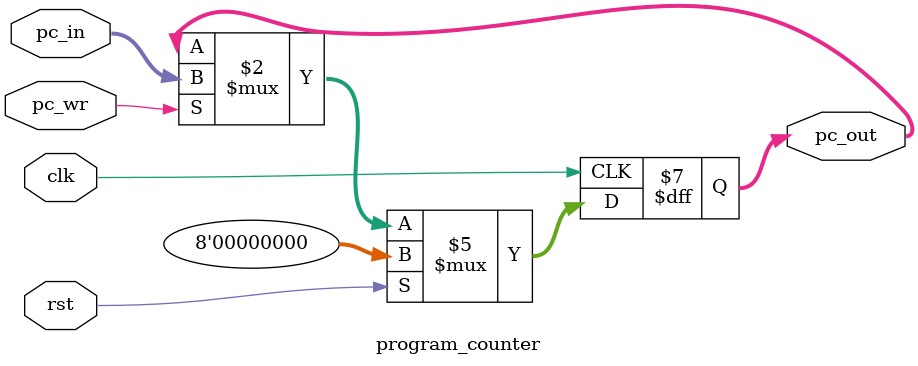
<source format=sv>
module program_counter (
    input  logic            clk,
    input  logic            rst,
    input  logic    [7:0]   pc_in,
    input  logic            pc_wr,
    output logic    [7:0]   pc_out
); 
    always_ff @ (posedge clk) begin
        if (rst) begin
            pc_out <= 8'b0;
        end
        else if (pc_wr) begin
            pc_out <= pc_in;
        end
    end
endmodule

</source>
